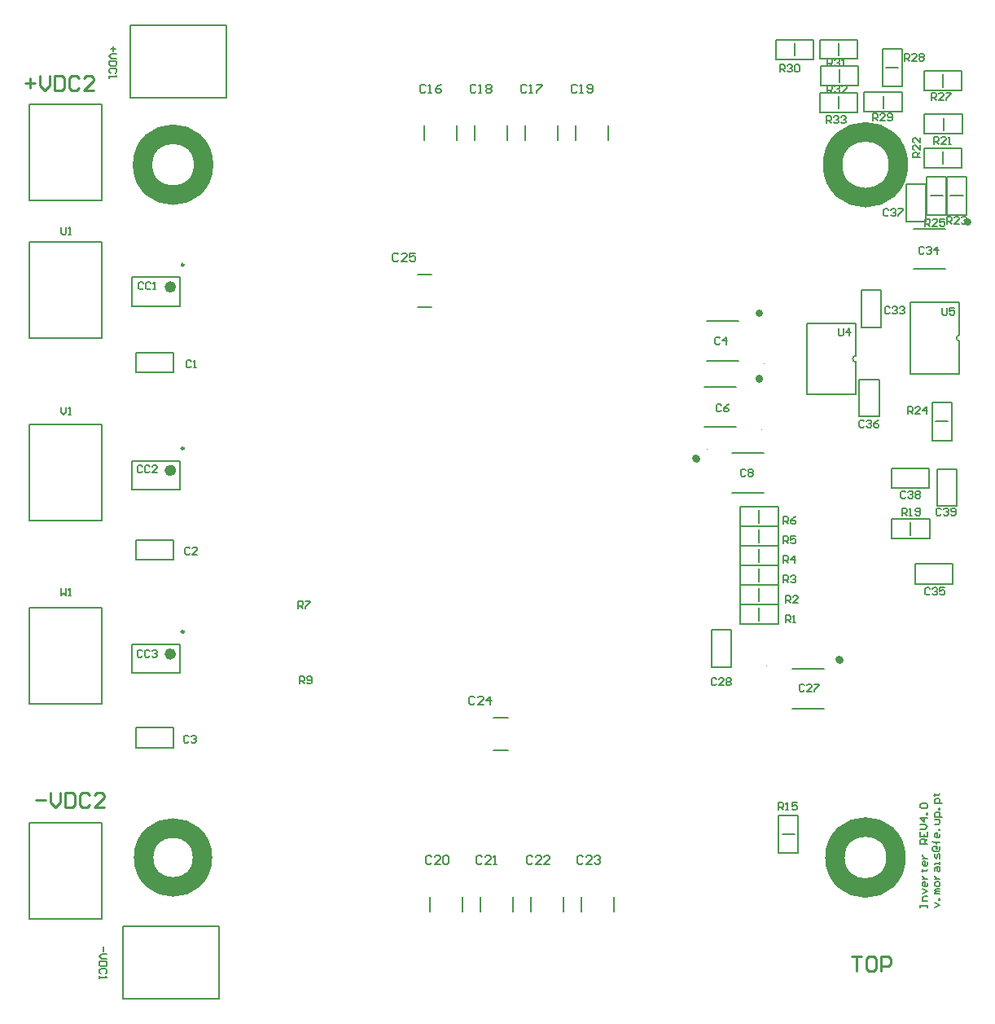
<source format=gbr>
G04 Layer_Color=65535*
%FSLAX25Y25*%
%MOIN*%
%TF.FileFunction,Legend,Top*%
%TF.Part,Single*%
G01*
G75*
%TA.AperFunction,NonConductor*%
%ADD49C,0.01000*%
%ADD50C,0.00787*%
%ADD51C,0.00394*%
%ADD52C,0.07874*%
%ADD53C,0.00500*%
%ADD54C,0.00600*%
%ADD83C,0.00984*%
%ADD84C,0.02362*%
%ADD85C,0.03000*%
%ADD86C,0.00700*%
D49*
X-28900Y33999D02*
X-24901D01*
X-22902Y36998D02*
Y32999D01*
X-20903Y31000D01*
X-18903Y32999D01*
Y36998D01*
X-16904D02*
Y31000D01*
X-13905D01*
X-12905Y32000D01*
Y35998D01*
X-13905Y36998D01*
X-16904D01*
X-6907Y35998D02*
X-7907Y36998D01*
X-9906D01*
X-10906Y35998D01*
Y32000D01*
X-9906Y31000D01*
X-7907D01*
X-6907Y32000D01*
X-909Y31000D02*
X-4908D01*
X-909Y34999D01*
Y35998D01*
X-1909Y36998D01*
X-3908D01*
X-4908Y35998D01*
X-33505Y327349D02*
X-29506D01*
X-31505Y329349D02*
Y325350D01*
X-27507Y330348D02*
Y326350D01*
X-25507Y324350D01*
X-23508Y326350D01*
Y330348D01*
X-21509D02*
Y324350D01*
X-18510D01*
X-17510Y325350D01*
Y329349D01*
X-18510Y330348D01*
X-21509D01*
X-11512Y329349D02*
X-12512Y330348D01*
X-14511D01*
X-15510Y329349D01*
Y325350D01*
X-14511Y324350D01*
X-12512D01*
X-11512Y325350D01*
X-5514Y324350D02*
X-9512D01*
X-5514Y328349D01*
Y329349D01*
X-6514Y330348D01*
X-8513D01*
X-9512Y329349D01*
X305100Y-30002D02*
X309099D01*
X307099D01*
Y-36000D01*
X314097Y-30002D02*
X312098D01*
X311098Y-31002D01*
Y-35000D01*
X312098Y-36000D01*
X314097D01*
X315097Y-35000D01*
Y-31002D01*
X314097Y-30002D01*
X317096Y-36000D02*
Y-30002D01*
X320095D01*
X321095Y-31002D01*
Y-33001D01*
X320095Y-34001D01*
X317096D01*
D50*
X349100Y224293D02*
G03*
X349100Y221793I0J-1250D01*
G01*
X306600Y215793D02*
G03*
X306600Y213293I0J-1250D01*
G01*
X-31664Y73315D02*
X-2136D01*
X-31664Y112685D02*
X-2136D01*
X-31664Y73315D02*
Y112685D01*
X-2136Y73315D02*
Y112685D01*
X-31664Y148236D02*
X-2136D01*
X-31664Y187606D02*
X-2136D01*
X-31664Y148236D02*
Y187606D01*
X-2136Y148236D02*
Y187606D01*
X349100Y224293D02*
Y237669D01*
Y208417D02*
Y221793D01*
X329100Y208417D02*
X349100D01*
X329100D02*
Y237669D01*
X349100D01*
X306600Y215793D02*
Y229169D01*
Y199917D02*
Y213293D01*
X286600Y199917D02*
X306600D01*
X286600D02*
Y229169D01*
X306600D01*
X-31664Y223158D02*
X-2136D01*
X-31664Y262528D02*
X-2136D01*
X-31664Y223158D02*
Y262528D01*
X-2136Y223158D02*
Y262528D01*
X299700Y316941D02*
Y322059D01*
X300000Y327791D02*
Y332909D01*
X299700Y338641D02*
Y343759D01*
X281600Y338541D02*
Y343659D01*
X317800Y317041D02*
Y322159D01*
X318981Y333690D02*
X324099D01*
X342200Y325841D02*
Y330959D01*
X337141Y281200D02*
X342259D01*
X339241Y188900D02*
X344359D01*
X345441Y281200D02*
X350559D01*
X342300Y294241D02*
Y299359D01*
X342500Y308041D02*
Y313159D01*
X329100Y142441D02*
Y147559D01*
X276541Y20000D02*
X281659D01*
X267100Y147441D02*
Y152559D01*
Y139441D02*
Y144559D01*
Y131441D02*
Y136559D01*
Y123441D02*
Y128559D01*
Y115441D02*
Y120559D01*
Y107441D02*
Y112559D01*
X10257Y97706D02*
X29943D01*
X10257Y85895D02*
X29943D01*
Y97706D01*
X10257Y85895D02*
Y97706D01*
Y172806D02*
X29943D01*
X10257Y160995D02*
X29943D01*
Y172806D01*
X10257Y160995D02*
Y172806D01*
Y247905D02*
X29943D01*
X10257Y236094D02*
X29943D01*
Y247905D01*
X10257Y236094D02*
Y247905D01*
X330304Y251231D02*
X343296D01*
X330304Y267569D02*
X343296D01*
X280604Y71331D02*
X293596D01*
X280604Y87669D02*
X293596D01*
X127147Y249146D02*
X133053D01*
X127147Y235760D02*
X133053D01*
X158347Y54360D02*
X164253D01*
X158347Y67746D02*
X164253D01*
X207793Y-11500D02*
Y-5595D01*
X194407Y-11500D02*
Y-5595D01*
X187126Y-11500D02*
Y-5595D01*
X173740Y-11500D02*
Y-5595D01*
X166460Y-11500D02*
Y-5595D01*
X153074Y-11500D02*
Y-5595D01*
X145793Y-11500D02*
Y-5595D01*
X132407Y-11500D02*
Y-5595D01*
X205293Y304000D02*
Y309906D01*
X191907Y304000D02*
Y309906D01*
X163960Y304000D02*
Y309906D01*
X150574Y304000D02*
Y309906D01*
X184626Y304000D02*
Y309906D01*
X171240Y304000D02*
Y309906D01*
X143293Y304000D02*
Y309906D01*
X129907Y304000D02*
Y309906D01*
X256104Y159831D02*
X269096D01*
X256104Y176169D02*
X269096D01*
X244498Y203169D02*
X257490D01*
X244498Y186831D02*
X257490D01*
X245604Y230169D02*
X258596D01*
X245604Y213831D02*
X258596D01*
X-31664Y-14685D02*
X-2136D01*
X-31664Y24685D02*
X-2136D01*
X-31664Y-14685D02*
Y24685D01*
X-2136Y-14685D02*
Y24685D01*
X45985Y-47264D02*
Y-17736D01*
X6615Y-47264D02*
Y-17736D01*
Y-47264D02*
X45985D01*
X6615Y-17736D02*
X45985D01*
X-31664Y279268D02*
X-2136D01*
X-31664Y318638D02*
X-2136D01*
X-31664Y279268D02*
Y318638D01*
X-2136Y279268D02*
Y318638D01*
X9715Y321436D02*
Y350964D01*
X49085Y321436D02*
Y350964D01*
X9715D02*
X49085D01*
X9715Y321436D02*
X49085D01*
D51*
X320020Y268798D02*
G03*
X320020Y268798I-197J0D01*
G01*
X270320Y88898D02*
G03*
X270320Y88898I-197J0D01*
G01*
X245820Y177398D02*
G03*
X245820Y177398I-197J0D01*
G01*
X268167Y185602D02*
G03*
X268167Y185602I-197J0D01*
G01*
X269274Y212602D02*
G03*
X269274Y212602I-197J0D01*
G01*
D52*
X39617Y293965D02*
G03*
X39617Y293965I-12482J0D01*
G01*
X324077D02*
G03*
X324077Y293965I-13477J0D01*
G01*
X323100Y10500D02*
G03*
X323100Y10500I-12500J0D01*
G01*
X39186D02*
G03*
X39186Y10500I-12051J0D01*
G01*
D53*
X291964Y323496D02*
X307436D01*
Y315504D02*
Y323496D01*
X291964Y315504D02*
X307436D01*
X291964D02*
Y323496D01*
X292264Y326354D02*
X307736D01*
X292264D02*
Y334346D01*
X307736D01*
Y326354D02*
Y334346D01*
X291964Y345196D02*
X307436D01*
Y337204D02*
Y345196D01*
X291964Y337204D02*
X307436D01*
X291964D02*
Y345196D01*
X273864Y345096D02*
X289336D01*
Y337104D02*
Y345096D01*
X273864Y337104D02*
X289336D01*
X273864D02*
Y345096D01*
X310064Y315604D02*
X325536D01*
X310064D02*
Y323596D01*
X325536D01*
Y315604D02*
Y323596D01*
Y325954D02*
Y341426D01*
X317544Y325954D02*
X325536D01*
X317544D02*
Y341426D01*
X325536D01*
X334464Y324404D02*
X349936D01*
X334464D02*
Y332396D01*
X349936D01*
Y324404D02*
Y332396D01*
X335704Y273464D02*
Y288936D01*
X343696D01*
Y273464D02*
Y288936D01*
X335704Y273464D02*
X343696D01*
X345796Y181164D02*
Y196636D01*
X337804Y181164D02*
X345796D01*
X337804D02*
Y196636D01*
X345796D01*
X351996Y273464D02*
Y288936D01*
X344004Y273464D02*
X351996D01*
X344004D02*
Y288936D01*
X351996D01*
X334564Y300796D02*
X350036D01*
Y292804D02*
Y300796D01*
X334564Y292804D02*
X350036D01*
X334564D02*
Y300796D01*
X334764Y306604D02*
X350236D01*
X334764D02*
Y314596D01*
X350236D01*
Y306604D02*
Y314596D01*
X321364Y148996D02*
X336836D01*
Y141004D02*
Y148996D01*
X321364Y141004D02*
X336836D01*
X321364D02*
Y148996D01*
X283096Y12264D02*
Y27736D01*
X275104Y12264D02*
X283096D01*
X275104D02*
Y27736D01*
X283096D01*
X259364Y153996D02*
X274836D01*
Y146004D02*
Y153996D01*
X259364Y146004D02*
X274836D01*
X259364D02*
Y153996D01*
Y145996D02*
X274836D01*
Y138004D02*
Y145996D01*
X259364Y138004D02*
X274836D01*
X259364D02*
Y145996D01*
Y137996D02*
X274836D01*
Y130004D02*
Y137996D01*
X259364Y130004D02*
X274836D01*
X259364D02*
Y137996D01*
Y129996D02*
X274836D01*
Y122004D02*
Y129996D01*
X259364Y122004D02*
X274836D01*
X259364D02*
Y129996D01*
Y121996D02*
X274836D01*
Y114004D02*
Y121996D01*
X259364Y114004D02*
X274836D01*
X259364D02*
Y121996D01*
Y113996D02*
X274836D01*
Y106004D02*
Y113996D01*
X259364Y106004D02*
X274836D01*
X259364D02*
Y113996D01*
X339950Y169395D02*
X348050D01*
X339950Y154205D02*
Y169395D01*
X348050Y154205D02*
Y169395D01*
X339950Y154205D02*
X348050D01*
X336595Y161550D02*
Y169650D01*
X321405D02*
X336595D01*
X321405Y161550D02*
X336595D01*
X321405D02*
Y169650D01*
X327250Y285995D02*
X335350D01*
X327250Y270805D02*
Y285995D01*
X335350Y270805D02*
Y285995D01*
X327250Y270805D02*
X335350D01*
X308050Y190905D02*
X316150D01*
Y206095D01*
X308050Y190905D02*
Y206095D01*
X316150D01*
X331005Y122450D02*
Y130550D01*
Y122450D02*
X346195D01*
X331005Y130550D02*
X346195D01*
Y122450D02*
Y130550D01*
X308950Y242595D02*
X317050D01*
X308950Y227405D02*
Y242595D01*
X317050Y227405D02*
Y242595D01*
X308950Y227405D02*
X317050D01*
X247550Y103595D02*
X255650D01*
X247550Y88405D02*
Y103595D01*
X255650Y88405D02*
Y103595D01*
X247550Y88405D02*
X255650D01*
X27295Y55450D02*
Y63550D01*
X12105D02*
X27295D01*
X12105Y55450D02*
X27295D01*
X12105D02*
Y63550D01*
X27295Y132250D02*
Y140350D01*
X12105D02*
X27295D01*
X12105Y132250D02*
X27295D01*
X12105D02*
Y140350D01*
X27295Y209050D02*
Y217150D01*
X12105D02*
X27295D01*
X12105Y209050D02*
X27295D01*
X12105D02*
Y217150D01*
D54*
X332962Y-9900D02*
Y-8900D01*
Y-9400D01*
X335962D01*
Y-9900D01*
Y-8900D01*
Y-7401D02*
X333962D01*
Y-5901D01*
X334462Y-5401D01*
X335962D01*
X333962Y-4402D02*
X335962Y-3402D01*
X333962Y-2402D01*
X335962Y97D02*
Y-903D01*
X335462Y-1403D01*
X334462D01*
X333962Y-903D01*
Y97D01*
X334462Y597D01*
X334962D01*
Y-1403D01*
X333962Y1596D02*
X335962D01*
X334962D01*
X334462Y2096D01*
X333962Y2596D01*
Y3096D01*
X333462Y5095D02*
X333962D01*
Y4595D01*
Y5595D01*
Y5095D01*
X335462D01*
X335962Y5595D01*
Y8594D02*
Y7594D01*
X335462Y7095D01*
X334462D01*
X333962Y7594D01*
Y8594D01*
X334462Y9094D01*
X334962D01*
Y7095D01*
X333962Y10093D02*
X335962D01*
X334962D01*
X334462Y10593D01*
X333962Y11093D01*
Y11593D01*
X335962Y16092D02*
X332962D01*
Y17591D01*
X333462Y18091D01*
X334462D01*
X334962Y17591D01*
Y16092D01*
Y17091D02*
X335962Y18091D01*
X332962Y21090D02*
Y19091D01*
X335962D01*
Y21090D01*
X334462Y19091D02*
Y20090D01*
X332962Y22090D02*
X334962D01*
X335962Y23089D01*
X334962Y24089D01*
X332962D01*
X335962Y26588D02*
X332962D01*
X334462Y25089D01*
Y27088D01*
X335962Y28088D02*
X335462D01*
Y28588D01*
X335962D01*
Y28088D01*
X333462Y30587D02*
X332962Y31087D01*
Y32086D01*
X333462Y32586D01*
X335462D01*
X335962Y32086D01*
Y31087D01*
X335462Y30587D01*
X333462D01*
X339001Y-9900D02*
X341000Y-8900D01*
X339001Y-7901D01*
X341000Y-6901D02*
X340500D01*
Y-6401D01*
X341000D01*
Y-6901D01*
Y-4402D02*
X339001D01*
Y-3902D01*
X339501Y-3402D01*
X341000D01*
X339501D01*
X339001Y-2902D01*
X339501Y-2402D01*
X341000D01*
Y-903D02*
Y97D01*
X340500Y597D01*
X339501D01*
X339001Y97D01*
Y-903D01*
X339501Y-1403D01*
X340500D01*
X341000Y-903D01*
X339001Y1596D02*
X341000D01*
X340001D01*
X339501Y2096D01*
X339001Y2596D01*
Y3096D01*
Y5095D02*
Y6095D01*
X339501Y6595D01*
X341000D01*
Y5095D01*
X340500Y4595D01*
X340001Y5095D01*
Y6595D01*
X341000Y7594D02*
Y8594D01*
Y8094D01*
X339001D01*
Y7594D01*
X341000Y10093D02*
Y11593D01*
X340500Y12093D01*
X340001Y11593D01*
Y10593D01*
X339501Y10093D01*
X339001Y10593D01*
Y12093D01*
X340001Y14592D02*
X339501D01*
Y14092D01*
X340001D01*
Y14592D01*
X339501Y15092D01*
X338501D01*
X338001Y14592D01*
Y13592D01*
X338501Y13093D01*
X340500D01*
X341000Y13592D01*
Y15092D01*
Y16591D02*
X338501D01*
X339501D01*
Y16092D01*
Y17091D01*
Y16591D01*
X338501D01*
X338001Y17091D01*
X341000Y20090D02*
Y19091D01*
X340500Y18591D01*
X339501D01*
X339001Y19091D01*
Y20090D01*
X339501Y20590D01*
X340001D01*
Y18591D01*
X341000Y21590D02*
X340500D01*
Y22090D01*
X341000D01*
Y21590D01*
X339001Y24089D02*
X340500D01*
X341000Y24589D01*
Y26088D01*
X339001D01*
X342000Y27088D02*
X339001D01*
Y28588D01*
X339501Y29087D01*
X340500D01*
X341000Y28588D01*
Y27088D01*
Y30087D02*
X340500D01*
Y30587D01*
X341000D01*
Y30087D01*
X342000Y32586D02*
X339001D01*
Y34086D01*
X339501Y34586D01*
X340500D01*
X341000Y34086D01*
Y32586D01*
X338501Y36085D02*
X339001D01*
Y35585D01*
Y36585D01*
Y36085D01*
X340500D01*
X341000Y36585D01*
X299600Y226999D02*
Y224500D01*
X300100Y224000D01*
X301099D01*
X301599Y224500D01*
Y226999D01*
X304099Y224000D02*
Y226999D01*
X302599Y225500D01*
X304598D01*
X325600Y150500D02*
Y153499D01*
X327099D01*
X327599Y152999D01*
Y151999D01*
X327099Y151500D01*
X325600D01*
X326600D02*
X327599Y150500D01*
X328599D02*
X329599D01*
X329099D01*
Y153499D01*
X328599Y152999D01*
X331098Y151000D02*
X331598Y150500D01*
X332598D01*
X333098Y151000D01*
Y152999D01*
X332598Y153499D01*
X331598D01*
X331098Y152999D01*
Y152499D01*
X331598Y151999D01*
X333098D01*
X310099Y188999D02*
X309599Y189499D01*
X308600D01*
X308100Y188999D01*
Y187000D01*
X308600Y186500D01*
X309599D01*
X310099Y187000D01*
X311099Y188999D02*
X311599Y189499D01*
X312599D01*
X313098Y188999D01*
Y188499D01*
X312599Y187999D01*
X312099D01*
X312599D01*
X313098Y187500D01*
Y187000D01*
X312599Y186500D01*
X311599D01*
X311099Y187000D01*
X316097Y189499D02*
X315098Y188999D01*
X314098Y187999D01*
Y187000D01*
X314598Y186500D01*
X315598D01*
X316097Y187000D01*
Y187500D01*
X315598Y187999D01*
X314098D01*
X337099Y120499D02*
X336599Y120999D01*
X335600D01*
X335100Y120499D01*
Y118500D01*
X335600Y118000D01*
X336599D01*
X337099Y118500D01*
X338099Y120499D02*
X338599Y120999D01*
X339599D01*
X340098Y120499D01*
Y119999D01*
X339599Y119500D01*
X339099D01*
X339599D01*
X340098Y119000D01*
Y118500D01*
X339599Y118000D01*
X338599D01*
X338099Y118500D01*
X343097Y120999D02*
X341098D01*
Y119500D01*
X342098Y119999D01*
X342598D01*
X343097Y119500D01*
Y118500D01*
X342598Y118000D01*
X341598D01*
X341098Y118500D01*
X249599Y83499D02*
X249099Y83999D01*
X248100D01*
X247600Y83499D01*
Y81500D01*
X248100Y81000D01*
X249099D01*
X249599Y81500D01*
X252598Y81000D02*
X250599D01*
X252598Y82999D01*
Y83499D01*
X252099Y83999D01*
X251099D01*
X250599Y83499D01*
X253598D02*
X254098Y83999D01*
X255098D01*
X255597Y83499D01*
Y82999D01*
X255098Y82499D01*
X255597Y82000D01*
Y81500D01*
X255098Y81000D01*
X254098D01*
X253598Y81500D01*
Y82000D01*
X254098Y82499D01*
X253598Y82999D01*
Y83499D01*
X254098Y82499D02*
X255098D01*
X294600Y311000D02*
Y313999D01*
X296099D01*
X296599Y313499D01*
Y312499D01*
X296099Y312000D01*
X294600D01*
X295600D02*
X296599Y311000D01*
X297599Y313499D02*
X298099Y313999D01*
X299099D01*
X299598Y313499D01*
Y312999D01*
X299099Y312499D01*
X298599D01*
X299099D01*
X299598Y312000D01*
Y311500D01*
X299099Y311000D01*
X298099D01*
X297599Y311500D01*
X300598Y313499D02*
X301098Y313999D01*
X302098D01*
X302597Y313499D01*
Y312999D01*
X302098Y312499D01*
X301598D01*
X302098D01*
X302597Y312000D01*
Y311500D01*
X302098Y311000D01*
X301098D01*
X300598Y311500D01*
X295100Y323496D02*
Y326495D01*
X296600D01*
X297099Y325995D01*
Y324996D01*
X296600Y324496D01*
X295100D01*
X296100D02*
X297099Y323496D01*
X298099Y325995D02*
X298599Y326495D01*
X299599D01*
X300098Y325995D01*
Y325495D01*
X299599Y324996D01*
X299099D01*
X299599D01*
X300098Y324496D01*
Y323996D01*
X299599Y323496D01*
X298599D01*
X298099Y323996D01*
X303097Y323496D02*
X301098D01*
X303097Y325495D01*
Y325995D01*
X302598Y326495D01*
X301598D01*
X301098Y325995D01*
X295100Y334346D02*
Y337345D01*
X296600D01*
X297099Y336845D01*
Y335846D01*
X296600Y335346D01*
X295100D01*
X296100D02*
X297099Y334346D01*
X298099Y336845D02*
X298599Y337345D01*
X299599D01*
X300098Y336845D01*
Y336345D01*
X299599Y335846D01*
X299099D01*
X299599D01*
X300098Y335346D01*
Y334846D01*
X299599Y334346D01*
X298599D01*
X298099Y334846D01*
X301098Y334346D02*
X302098D01*
X301598D01*
Y337345D01*
X301098Y336845D01*
X275600Y332000D02*
Y334999D01*
X277099D01*
X277599Y334499D01*
Y333500D01*
X277099Y333000D01*
X275600D01*
X276600D02*
X277599Y332000D01*
X278599Y334499D02*
X279099Y334999D01*
X280099D01*
X280598Y334499D01*
Y333999D01*
X280099Y333500D01*
X279599D01*
X280099D01*
X280598Y333000D01*
Y332500D01*
X280099Y332000D01*
X279099D01*
X278599Y332500D01*
X281598Y334499D02*
X282098Y334999D01*
X283098D01*
X283597Y334499D01*
Y332500D01*
X283098Y332000D01*
X282098D01*
X281598Y332500D01*
Y334499D01*
X313600Y312000D02*
Y314999D01*
X315100D01*
X315599Y314499D01*
Y313499D01*
X315100Y313000D01*
X313600D01*
X314600D02*
X315599Y312000D01*
X318598D02*
X316599D01*
X318598Y313999D01*
Y314499D01*
X318099Y314999D01*
X317099D01*
X316599Y314499D01*
X319598Y312500D02*
X320098Y312000D01*
X321098D01*
X321597Y312500D01*
Y314499D01*
X321098Y314999D01*
X320098D01*
X319598Y314499D01*
Y313999D01*
X320098Y313499D01*
X321597D01*
X326600Y336500D02*
Y339499D01*
X328099D01*
X328599Y338999D01*
Y338000D01*
X328099Y337500D01*
X326600D01*
X327600D02*
X328599Y336500D01*
X331598D02*
X329599D01*
X331598Y338499D01*
Y338999D01*
X331099Y339499D01*
X330099D01*
X329599Y338999D01*
X332598D02*
X333098Y339499D01*
X334098D01*
X334597Y338999D01*
Y338499D01*
X334098Y338000D01*
X334597Y337500D01*
Y337000D01*
X334098Y336500D01*
X333098D01*
X332598Y337000D01*
Y337500D01*
X333098Y338000D01*
X332598Y338499D01*
Y338999D01*
X333098Y338000D02*
X334098D01*
X337600Y320500D02*
Y323499D01*
X339100D01*
X339599Y322999D01*
Y322000D01*
X339100Y321500D01*
X337600D01*
X338600D02*
X339599Y320500D01*
X342598D02*
X340599D01*
X342598Y322499D01*
Y322999D01*
X342099Y323499D01*
X341099D01*
X340599Y322999D01*
X343598Y323499D02*
X345597D01*
Y322999D01*
X343598Y321000D01*
Y320500D01*
X343800Y269800D02*
Y272799D01*
X345300D01*
X345799Y272299D01*
Y271300D01*
X345300Y270800D01*
X343800D01*
X344800D02*
X345799Y269800D01*
X348798D02*
X346799D01*
X348798Y271799D01*
Y272299D01*
X348299Y272799D01*
X347299D01*
X346799Y272299D01*
X349798D02*
X350298Y272799D01*
X351298D01*
X351797Y272299D01*
Y271799D01*
X351298Y271300D01*
X350798D01*
X351298D01*
X351797Y270800D01*
Y270300D01*
X351298Y269800D01*
X350298D01*
X349798Y270300D01*
X333100Y297000D02*
X330101D01*
Y298499D01*
X330601Y298999D01*
X331600D01*
X332100Y298499D01*
Y297000D01*
Y298000D02*
X333100Y298999D01*
Y301998D02*
Y299999D01*
X331101Y301998D01*
X330601D01*
X330101Y301499D01*
Y300499D01*
X330601Y299999D01*
X333100Y304997D02*
Y302998D01*
X331101Y304997D01*
X330601D01*
X330101Y304498D01*
Y303498D01*
X330601Y302998D01*
X338600Y302500D02*
Y305499D01*
X340100D01*
X340599Y304999D01*
Y303999D01*
X340100Y303500D01*
X338600D01*
X339600D02*
X340599Y302500D01*
X343598D02*
X341599D01*
X343598Y304499D01*
Y304999D01*
X343099Y305499D01*
X342099D01*
X341599Y304999D01*
X344598Y302500D02*
X345598D01*
X345098D01*
Y305499D01*
X344598Y304999D01*
X342100Y235499D02*
Y233000D01*
X342600Y232500D01*
X343600D01*
X344099Y233000D01*
Y235499D01*
X347098D02*
X345099D01*
Y233999D01*
X346099Y234499D01*
X346599D01*
X347098Y233999D01*
Y233000D01*
X346599Y232500D01*
X345599D01*
X345099Y233000D01*
X335100Y268700D02*
Y271699D01*
X336599D01*
X337099Y271199D01*
Y270199D01*
X336599Y269700D01*
X335100D01*
X336100D02*
X337099Y268700D01*
X340098D02*
X338099D01*
X340098Y270699D01*
Y271199D01*
X339598Y271699D01*
X338599D01*
X338099Y271199D01*
X343097Y271699D02*
X341098D01*
Y270199D01*
X342098Y270699D01*
X342598D01*
X343097Y270199D01*
Y269200D01*
X342598Y268700D01*
X341598D01*
X341098Y269200D01*
X328100Y192000D02*
Y194999D01*
X329599D01*
X330099Y194499D01*
Y193500D01*
X329599Y193000D01*
X328100D01*
X329100D02*
X330099Y192000D01*
X333098D02*
X331099D01*
X333098Y193999D01*
Y194499D01*
X332599Y194999D01*
X331599D01*
X331099Y194499D01*
X335598Y192000D02*
Y194999D01*
X334098Y193500D01*
X336097D01*
X78800Y81600D02*
Y84599D01*
X80300D01*
X80799Y84099D01*
Y83100D01*
X80300Y82600D01*
X78800D01*
X79800D02*
X80799Y81600D01*
X81799Y82100D02*
X82299Y81600D01*
X83299D01*
X83798Y82100D01*
Y84099D01*
X83299Y84599D01*
X82299D01*
X81799Y84099D01*
Y83599D01*
X82299Y83100D01*
X83798D01*
X78300Y112400D02*
Y115399D01*
X79799D01*
X80299Y114899D01*
Y113900D01*
X79799Y113400D01*
X78300D01*
X79300D02*
X80299Y112400D01*
X81299Y115399D02*
X83298D01*
Y114899D01*
X81299Y112900D01*
Y112400D01*
X341599Y152999D02*
X341100Y153499D01*
X340100D01*
X339600Y152999D01*
Y151000D01*
X340100Y150500D01*
X341100D01*
X341599Y151000D01*
X342599Y152999D02*
X343099Y153499D01*
X344099D01*
X344598Y152999D01*
Y152499D01*
X344099Y151999D01*
X343599D01*
X344099D01*
X344598Y151500D01*
Y151000D01*
X344099Y150500D01*
X343099D01*
X342599Y151000D01*
X345598D02*
X346098Y150500D01*
X347098D01*
X347597Y151000D01*
Y152999D01*
X347098Y153499D01*
X346098D01*
X345598Y152999D01*
Y152499D01*
X346098Y151999D01*
X347597D01*
X327099Y159999D02*
X326600Y160499D01*
X325600D01*
X325100Y159999D01*
Y158000D01*
X325600Y157500D01*
X326600D01*
X327099Y158000D01*
X328099Y159999D02*
X328599Y160499D01*
X329599D01*
X330098Y159999D01*
Y159499D01*
X329599Y159000D01*
X329099D01*
X329599D01*
X330098Y158500D01*
Y158000D01*
X329599Y157500D01*
X328599D01*
X328099Y158000D01*
X331098Y159999D02*
X331598Y160499D01*
X332598D01*
X333097Y159999D01*
Y159499D01*
X332598Y159000D01*
X333097Y158500D01*
Y158000D01*
X332598Y157500D01*
X331598D01*
X331098Y158000D01*
Y158500D01*
X331598Y159000D01*
X331098Y159499D01*
Y159999D01*
X331598Y159000D02*
X332598D01*
X320099Y275499D02*
X319600Y275999D01*
X318600D01*
X318100Y275499D01*
Y273500D01*
X318600Y273000D01*
X319600D01*
X320099Y273500D01*
X321099Y275499D02*
X321599Y275999D01*
X322599D01*
X323098Y275499D01*
Y274999D01*
X322599Y274500D01*
X322099D01*
X322599D01*
X323098Y274000D01*
Y273500D01*
X322599Y273000D01*
X321599D01*
X321099Y273500D01*
X324098Y275999D02*
X326097D01*
Y275499D01*
X324098Y273500D01*
Y273000D01*
X334599Y259999D02*
X334100Y260499D01*
X333100D01*
X332600Y259999D01*
Y258000D01*
X333100Y257500D01*
X334100D01*
X334599Y258000D01*
X335599Y259999D02*
X336099Y260499D01*
X337099D01*
X337598Y259999D01*
Y259499D01*
X337099Y258999D01*
X336599D01*
X337099D01*
X337598Y258500D01*
Y258000D01*
X337099Y257500D01*
X336099D01*
X335599Y258000D01*
X340098Y257500D02*
Y260499D01*
X338598Y258999D01*
X340597D01*
X320599Y235499D02*
X320099Y235999D01*
X319100D01*
X318600Y235499D01*
Y233500D01*
X319100Y233000D01*
X320099D01*
X320599Y233500D01*
X321599Y235499D02*
X322099Y235999D01*
X323099D01*
X323598Y235499D01*
Y234999D01*
X323099Y234500D01*
X322599D01*
X323099D01*
X323598Y234000D01*
Y233500D01*
X323099Y233000D01*
X322099D01*
X321599Y233500D01*
X324598Y235499D02*
X325098Y235999D01*
X326098D01*
X326597Y235499D01*
Y234999D01*
X326098Y234500D01*
X325598D01*
X326098D01*
X326597Y234000D01*
Y233500D01*
X326098Y233000D01*
X325098D01*
X324598Y233500D01*
X14599Y94999D02*
X14099Y95499D01*
X13100D01*
X12600Y94999D01*
Y93000D01*
X13100Y92500D01*
X14099D01*
X14599Y93000D01*
X17598Y94999D02*
X17099Y95499D01*
X16099D01*
X15599Y94999D01*
Y93000D01*
X16099Y92500D01*
X17099D01*
X17598Y93000D01*
X18598Y94999D02*
X19098Y95499D01*
X20098D01*
X20597Y94999D01*
Y94499D01*
X20098Y93999D01*
X19598D01*
X20098D01*
X20597Y93500D01*
Y93000D01*
X20098Y92500D01*
X19098D01*
X18598Y93000D01*
X14599Y170499D02*
X14099Y170999D01*
X13100D01*
X12600Y170499D01*
Y168500D01*
X13100Y168000D01*
X14099D01*
X14599Y168500D01*
X17598Y170499D02*
X17099Y170999D01*
X16099D01*
X15599Y170499D01*
Y168500D01*
X16099Y168000D01*
X17099D01*
X17598Y168500D01*
X20597Y168000D02*
X18598D01*
X20597Y169999D01*
Y170499D01*
X20098Y170999D01*
X19098D01*
X18598Y170499D01*
X34599Y213499D02*
X34100Y213999D01*
X33100D01*
X32600Y213499D01*
Y211500D01*
X33100Y211000D01*
X34100D01*
X34599Y211500D01*
X35599Y211000D02*
X36599D01*
X36099D01*
Y213999D01*
X35599Y213499D01*
X34099Y136999D02*
X33599Y137499D01*
X32600D01*
X32100Y136999D01*
Y135000D01*
X32600Y134500D01*
X33599D01*
X34099Y135000D01*
X37098Y134500D02*
X35099D01*
X37098Y136499D01*
Y136999D01*
X36599Y137499D01*
X35599D01*
X35099Y136999D01*
X33599Y59999D02*
X33099Y60499D01*
X32100D01*
X31600Y59999D01*
Y58000D01*
X32100Y57500D01*
X33099D01*
X33599Y58000D01*
X34599Y59999D02*
X35099Y60499D01*
X36099D01*
X36598Y59999D01*
Y59499D01*
X36099Y59000D01*
X35599D01*
X36099D01*
X36598Y58500D01*
Y58000D01*
X36099Y57500D01*
X35099D01*
X34599Y58000D01*
X-18600Y268499D02*
Y266000D01*
X-18100Y265500D01*
X-17100D01*
X-16601Y266000D01*
Y268499D01*
X-15601Y265500D02*
X-14601D01*
X-15101D01*
Y268499D01*
X-15601Y267999D01*
X-18600Y194699D02*
Y192700D01*
X-17600Y191700D01*
X-16601Y192700D01*
Y194699D01*
X-15601Y191700D02*
X-14601D01*
X-15101D01*
Y194699D01*
X-15601Y194199D01*
X-18600Y120599D02*
Y117600D01*
X-17600Y118600D01*
X-16601Y117600D01*
Y120599D01*
X-15601Y117600D02*
X-14601D01*
X-15101D01*
Y120599D01*
X-15601Y120099D01*
X2599Y342500D02*
Y340501D01*
X3599Y341500D02*
X1600D01*
X4099Y339501D02*
X2100D01*
X1100Y338501D01*
X2100Y337502D01*
X4099D01*
Y336502D02*
X1100D01*
Y335002D01*
X1600Y334503D01*
X3599D01*
X4099Y335002D01*
Y336502D01*
X3599Y331504D02*
X4099Y332003D01*
Y333003D01*
X3599Y333503D01*
X1600D01*
X1100Y333003D01*
Y332003D01*
X1600Y331504D01*
X1100Y330504D02*
Y329504D01*
Y330004D01*
X4099D01*
X3599Y330504D01*
X-1400Y-26000D02*
Y-27999D01*
X99Y-28999D02*
X-1900D01*
X-2900Y-29999D01*
X-1900Y-30998D01*
X99D01*
Y-31998D02*
X-2900D01*
Y-33498D01*
X-2400Y-33997D01*
X-401D01*
X99Y-33498D01*
Y-31998D01*
X-401Y-36996D02*
X99Y-36497D01*
Y-35497D01*
X-401Y-34997D01*
X-2400D01*
X-2900Y-35497D01*
Y-36497D01*
X-2400Y-36996D01*
X-2900Y-37996D02*
Y-38996D01*
Y-38496D01*
X99D01*
X-401Y-37996D01*
X251099Y222999D02*
X250600Y223499D01*
X249600D01*
X249100Y222999D01*
Y221000D01*
X249600Y220500D01*
X250600D01*
X251099Y221000D01*
X253599Y220500D02*
Y223499D01*
X252099Y222000D01*
X254098D01*
X251599Y195499D02*
X251099Y195999D01*
X250100D01*
X249600Y195499D01*
Y193500D01*
X250100Y193000D01*
X251099D01*
X251599Y193500D01*
X254598Y195999D02*
X253599Y195499D01*
X252599Y194500D01*
Y193500D01*
X253099Y193000D01*
X254099D01*
X254598Y193500D01*
Y194000D01*
X254099Y194500D01*
X252599D01*
X261599Y168999D02*
X261100Y169499D01*
X260100D01*
X259600Y168999D01*
Y167000D01*
X260100Y166500D01*
X261100D01*
X261599Y167000D01*
X262599Y168999D02*
X263099Y169499D01*
X264099D01*
X264598Y168999D01*
Y168499D01*
X264099Y167999D01*
X264598Y167500D01*
Y167000D01*
X264099Y166500D01*
X263099D01*
X262599Y167000D01*
Y167500D01*
X263099Y167999D01*
X262599Y168499D01*
Y168999D01*
X263099Y167999D02*
X264099D01*
X277100Y147000D02*
Y149999D01*
X278600D01*
X279099Y149499D01*
Y148500D01*
X278600Y148000D01*
X277100D01*
X278100D02*
X279099Y147000D01*
X282098Y149999D02*
X281099Y149499D01*
X280099Y148500D01*
Y147500D01*
X280599Y147000D01*
X281599D01*
X282098Y147500D01*
Y148000D01*
X281599Y148500D01*
X280099D01*
X277100Y139000D02*
Y141999D01*
X278600D01*
X279099Y141499D01*
Y140499D01*
X278600Y140000D01*
X277100D01*
X278100D02*
X279099Y139000D01*
X282098Y141999D02*
X280099D01*
Y140499D01*
X281099Y140999D01*
X281599D01*
X282098Y140499D01*
Y139500D01*
X281599Y139000D01*
X280599D01*
X280099Y139500D01*
X277100Y131000D02*
Y133999D01*
X278600D01*
X279099Y133499D01*
Y132500D01*
X278600Y132000D01*
X277100D01*
X278100D02*
X279099Y131000D01*
X281599D02*
Y133999D01*
X280099Y132500D01*
X282098D01*
X277037Y123000D02*
Y125999D01*
X278537D01*
X279036Y125499D01*
Y124499D01*
X278537Y124000D01*
X277037D01*
X278037D02*
X279036Y123000D01*
X280036Y125499D02*
X280536Y125999D01*
X281536D01*
X282035Y125499D01*
Y124999D01*
X281536Y124499D01*
X281036D01*
X281536D01*
X282035Y124000D01*
Y123500D01*
X281536Y123000D01*
X280536D01*
X280036Y123500D01*
X277805Y114650D02*
Y117649D01*
X279304D01*
X279804Y117149D01*
Y116149D01*
X279304Y115649D01*
X277805D01*
X278804D02*
X279804Y114650D01*
X282803D02*
X280804D01*
X282803Y116649D01*
Y117149D01*
X282303Y117649D01*
X281304D01*
X280804Y117149D01*
X277805Y106650D02*
Y109649D01*
X279304D01*
X279804Y109149D01*
Y108149D01*
X279304Y107649D01*
X277805D01*
X278804D02*
X279804Y106650D01*
X280804D02*
X281803D01*
X281304D01*
Y109649D01*
X280804Y109149D01*
X275100Y30000D02*
Y32999D01*
X276600D01*
X277099Y32499D01*
Y31499D01*
X276600Y31000D01*
X275100D01*
X276100D02*
X277099Y30000D01*
X278099D02*
X279099D01*
X278599D01*
Y32999D01*
X278099Y32499D01*
X282598Y32999D02*
X280598D01*
Y31499D01*
X281598Y31999D01*
X282098D01*
X282598Y31499D01*
Y30500D01*
X282098Y30000D01*
X281098D01*
X280598Y30500D01*
X285599Y80999D02*
X285100Y81499D01*
X284100D01*
X283600Y80999D01*
Y79000D01*
X284100Y78500D01*
X285100D01*
X285599Y79000D01*
X288598Y78500D02*
X286599D01*
X288598Y80499D01*
Y80999D01*
X288099Y81499D01*
X287099D01*
X286599Y80999D01*
X289598Y81499D02*
X291597D01*
Y80999D01*
X289598Y79000D01*
Y78500D01*
X15099Y245499D02*
X14600Y245999D01*
X13600D01*
X13100Y245499D01*
Y243500D01*
X13600Y243000D01*
X14600D01*
X15099Y243500D01*
X18098Y245499D02*
X17599Y245999D01*
X16599D01*
X16099Y245499D01*
Y243500D01*
X16599Y243000D01*
X17599D01*
X18098Y243500D01*
X19098Y243000D02*
X20098D01*
X19598D01*
Y245999D01*
X19098Y245499D01*
D83*
X31537Y102824D02*
G03*
X31537Y102824I-492J0D01*
G01*
Y177924D02*
G03*
X31537Y177924I-492J0D01*
G01*
Y253024D02*
G03*
X31537Y253024I-492J0D01*
G01*
D84*
X27187Y93769D02*
G03*
X27187Y93769I-1181J0D01*
G01*
Y168869D02*
G03*
X27187Y168869I-1181J0D01*
G01*
Y243969D02*
G03*
X27187Y243969I-1181J0D01*
G01*
D85*
X299700Y91700D02*
X300000Y91400D01*
X352400Y270600D02*
Y270800D01*
X240900Y173900D02*
X241200Y173600D01*
X240900Y173900D02*
Y174000D01*
X266800Y206500D02*
X267000Y206300D01*
X266800Y206500D02*
Y206600D01*
Y233500D02*
X266900Y233400D01*
D86*
X130528Y326266D02*
X129945Y326849D01*
X128778D01*
X128195Y326266D01*
Y323934D01*
X128778Y323350D01*
X129945D01*
X130528Y323934D01*
X131694Y323350D02*
X132860D01*
X132277D01*
Y326849D01*
X131694Y326266D01*
X136943Y326849D02*
X135776Y326266D01*
X134610Y325100D01*
Y323934D01*
X135193Y323350D01*
X136359D01*
X136943Y323934D01*
Y324517D01*
X136359Y325100D01*
X134610D01*
X171828Y326266D02*
X171245Y326849D01*
X170078D01*
X169495Y326266D01*
Y323934D01*
X170078Y323350D01*
X171245D01*
X171828Y323934D01*
X172994Y323350D02*
X174160D01*
X173577D01*
Y326849D01*
X172994Y326266D01*
X175910Y326849D02*
X178243D01*
Y326266D01*
X175910Y323934D01*
Y323350D01*
X192528Y326266D02*
X191945Y326849D01*
X190778D01*
X190195Y326266D01*
Y323934D01*
X190778Y323350D01*
X191945D01*
X192528Y323934D01*
X193694Y323350D02*
X194860D01*
X194277D01*
Y326849D01*
X193694Y326266D01*
X196610Y323934D02*
X197193Y323350D01*
X198359D01*
X198942Y323934D01*
Y326266D01*
X198359Y326849D01*
X197193D01*
X196610Y326266D01*
Y325683D01*
X197193Y325100D01*
X198942D01*
X151128Y326266D02*
X150545Y326849D01*
X149378D01*
X148795Y326266D01*
Y323934D01*
X149378Y323350D01*
X150545D01*
X151128Y323934D01*
X152294Y323350D02*
X153460D01*
X152877D01*
Y326849D01*
X152294Y326266D01*
X155210D02*
X155793Y326849D01*
X156959D01*
X157543Y326266D01*
Y325683D01*
X156959Y325100D01*
X157543Y324517D01*
Y323934D01*
X156959Y323350D01*
X155793D01*
X155210Y323934D01*
Y324517D01*
X155793Y325100D01*
X155210Y325683D01*
Y326266D01*
X155793Y325100D02*
X156959D01*
X133028Y10766D02*
X132445Y11349D01*
X131278D01*
X130695Y10766D01*
Y8433D01*
X131278Y7850D01*
X132445D01*
X133028Y8433D01*
X136527Y7850D02*
X134194D01*
X136527Y10183D01*
Y10766D01*
X135944Y11349D01*
X134777D01*
X134194Y10766D01*
X137693D02*
X138276Y11349D01*
X139443D01*
X140026Y10766D01*
Y8433D01*
X139443Y7850D01*
X138276D01*
X137693Y8433D01*
Y10766D01*
X153694D02*
X153111Y11349D01*
X151945D01*
X151362Y10766D01*
Y8433D01*
X151945Y7850D01*
X153111D01*
X153694Y8433D01*
X157193Y7850D02*
X154861D01*
X157193Y10183D01*
Y10766D01*
X156610Y11349D01*
X155444D01*
X154861Y10766D01*
X158360Y7850D02*
X159526D01*
X158943D01*
Y11349D01*
X158360Y10766D01*
X174361D02*
X173778Y11349D01*
X172612D01*
X172029Y10766D01*
Y8433D01*
X172612Y7850D01*
X173778D01*
X174361Y8433D01*
X177860Y7850D02*
X175528D01*
X177860Y10183D01*
Y10766D01*
X177277Y11349D01*
X176111D01*
X175528Y10766D01*
X181359Y7850D02*
X179026D01*
X181359Y10183D01*
Y10766D01*
X180776Y11349D01*
X179610D01*
X179026Y10766D01*
X195028D02*
X194445Y11349D01*
X193278D01*
X192695Y10766D01*
Y8433D01*
X193278Y7850D01*
X194445D01*
X195028Y8433D01*
X198527Y7850D02*
X196194D01*
X198527Y10183D01*
Y10766D01*
X197944Y11349D01*
X196777D01*
X196194Y10766D01*
X199693D02*
X200276Y11349D01*
X201442D01*
X202026Y10766D01*
Y10183D01*
X201442Y9600D01*
X200859D01*
X201442D01*
X202026Y9017D01*
Y8433D01*
X201442Y7850D01*
X200276D01*
X199693Y8433D01*
X150633Y75868D02*
X150049Y76452D01*
X148883D01*
X148300Y75868D01*
Y73536D01*
X148883Y72953D01*
X150049D01*
X150633Y73536D01*
X154131Y72953D02*
X151799D01*
X154131Y75285D01*
Y75868D01*
X153548Y76452D01*
X152382D01*
X151799Y75868D01*
X157047Y72953D02*
Y76452D01*
X155298Y74702D01*
X157630D01*
X119428Y257266D02*
X118845Y257849D01*
X117678D01*
X117095Y257266D01*
Y254934D01*
X117678Y254350D01*
X118845D01*
X119428Y254934D01*
X122927Y254350D02*
X120594D01*
X122927Y256683D01*
Y257266D01*
X122344Y257849D01*
X121177D01*
X120594Y257266D01*
X126426Y257849D02*
X124093D01*
Y256100D01*
X125259Y256683D01*
X125842D01*
X126426Y256100D01*
Y254934D01*
X125842Y254350D01*
X124676D01*
X124093Y254934D01*
%TF.MD5,e55b9c3ace0a3dd344029460dd9480e7*%
M02*

</source>
